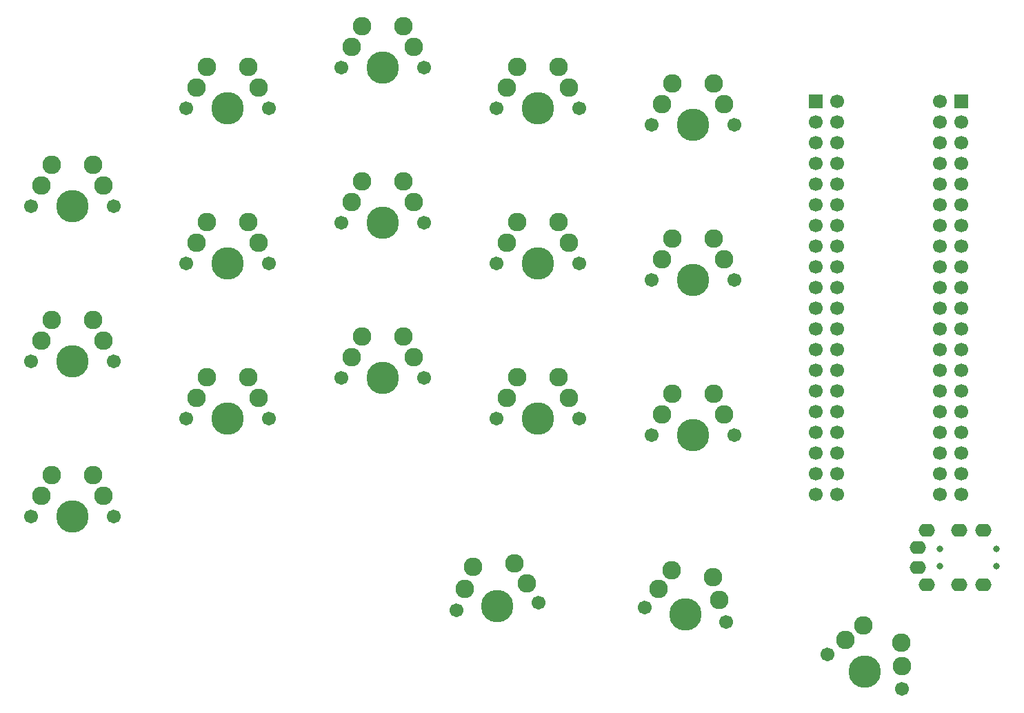
<source format=gbs>
%TF.GenerationSoftware,KiCad,Pcbnew,(7.0.0)*%
%TF.CreationDate,2023-03-01T21:35:25+09:00*%
%TF.ProjectId,keyboard_pcb,6b657962-6f61-4726-945f-7063622e6b69,rev1.0*%
%TF.SameCoordinates,Original*%
%TF.FileFunction,Soldermask,Bot*%
%TF.FilePolarity,Negative*%
%FSLAX46Y46*%
G04 Gerber Fmt 4.6, Leading zero omitted, Abs format (unit mm)*
G04 Created by KiCad (PCBNEW (7.0.0)) date 2023-03-01 21:35:25*
%MOMM*%
%LPD*%
G01*
G04 APERTURE LIST*
%ADD10C,1.701800*%
%ADD11C,3.987800*%
%ADD12C,2.286000*%
%ADD13C,0.800000*%
%ADD14O,2.000000X1.600000*%
%ADD15R,1.700000X1.700000*%
%ADD16C,1.700000*%
G04 APERTURE END LIST*
D10*
%TO.C,K04*%
X139870000Y-53900000D03*
D11*
X144950000Y-53900000D03*
D10*
X150030000Y-53900000D03*
D12*
X141140000Y-51360000D03*
X142410000Y-48820000D03*
X147490000Y-48820000D03*
X148760000Y-51360000D03*
%TD*%
D10*
%TO.C,K05*%
X158920000Y-55900000D03*
D11*
X164000000Y-55900000D03*
D10*
X169080000Y-55900000D03*
D12*
X160190000Y-53360000D03*
X161460000Y-50820000D03*
X166540000Y-50820000D03*
X167810000Y-53360000D03*
%TD*%
D10*
%TO.C,K15*%
X158920000Y-74950000D03*
D11*
X164000000Y-74950000D03*
D10*
X169080000Y-74950000D03*
D12*
X160190000Y-72410000D03*
X161460000Y-69870000D03*
X166540000Y-69870000D03*
X167810000Y-72410000D03*
%TD*%
D10*
%TO.C,K03*%
X120820000Y-48900000D03*
D11*
X125900000Y-48900000D03*
D10*
X130980000Y-48900000D03*
D12*
X122090000Y-46360000D03*
X123360000Y-43820000D03*
X128440000Y-43820000D03*
X129710000Y-46360000D03*
%TD*%
D10*
%TO.C,K13*%
X120820000Y-67950000D03*
D11*
X125900000Y-67950000D03*
D10*
X130980000Y-67950000D03*
D12*
X122090000Y-65410000D03*
X123360000Y-62870000D03*
X128440000Y-62870000D03*
X129710000Y-65410000D03*
%TD*%
D10*
%TO.C,K25*%
X158920000Y-94000000D03*
D11*
X164000000Y-94000000D03*
D10*
X169080000Y-94000000D03*
D12*
X160190000Y-91460000D03*
X161460000Y-88920000D03*
X166540000Y-88920000D03*
X167810000Y-91460000D03*
%TD*%
D10*
%TO.C,K24*%
X139870000Y-92000000D03*
D11*
X144950000Y-92000000D03*
D10*
X150030000Y-92000000D03*
D12*
X141140000Y-89460000D03*
X142410000Y-86920000D03*
X147490000Y-86920000D03*
X148760000Y-89460000D03*
%TD*%
D10*
%TO.C,K21*%
X82720000Y-104000000D03*
D11*
X87800000Y-104000000D03*
D10*
X92880000Y-104000000D03*
D12*
X83990000Y-101460000D03*
X85260000Y-98920000D03*
X90340000Y-98920000D03*
X91610000Y-101460000D03*
%TD*%
D10*
%TO.C,K02*%
X101770000Y-53900000D03*
D11*
X106850000Y-53900000D03*
D10*
X111930000Y-53900000D03*
D12*
X103040000Y-51360000D03*
X104310000Y-48820000D03*
X109390000Y-48820000D03*
X110660000Y-51360000D03*
%TD*%
D10*
%TO.C,K12*%
X101770000Y-72950000D03*
D11*
X106850000Y-72950000D03*
D10*
X111930000Y-72950000D03*
D12*
X103040000Y-70410000D03*
X104310000Y-67870000D03*
X109390000Y-67870000D03*
X110660000Y-70410000D03*
%TD*%
D10*
%TO.C,K30*%
X134889331Y-115492751D03*
D11*
X139950000Y-115050000D03*
D10*
X145010669Y-114607249D03*
D12*
X135933123Y-112851729D03*
X136976914Y-110210707D03*
X142037583Y-109767955D03*
X143524126Y-112187602D03*
%TD*%
D10*
%TO.C,K01*%
X82720000Y-65900000D03*
D11*
X87800000Y-65900000D03*
D10*
X92880000Y-65900000D03*
D12*
X83990000Y-63360000D03*
X85260000Y-60820000D03*
X90340000Y-60820000D03*
X91610000Y-63360000D03*
%TD*%
D10*
%TO.C,K14*%
X139870000Y-72950000D03*
D11*
X144950000Y-72950000D03*
D10*
X150030000Y-72950000D03*
D12*
X141140000Y-70410000D03*
X142410000Y-67870000D03*
X147490000Y-67870000D03*
X148760000Y-70410000D03*
%TD*%
D10*
%TO.C,K23*%
X120820000Y-87000000D03*
D11*
X125900000Y-87000000D03*
D10*
X130980000Y-87000000D03*
D12*
X122090000Y-84460000D03*
X123360000Y-81920000D03*
X128440000Y-81920000D03*
X129710000Y-84460000D03*
%TD*%
D10*
%TO.C,K22*%
X101770000Y-92000000D03*
D11*
X106850000Y-92000000D03*
D10*
X111930000Y-92000000D03*
D12*
X103040000Y-89460000D03*
X104310000Y-86920000D03*
X109390000Y-86920000D03*
X110660000Y-89460000D03*
%TD*%
D13*
%TO.C,J1*%
X201250000Y-108000000D03*
X194250000Y-108000000D03*
X201250000Y-110100000D03*
X194250000Y-110100000D03*
D14*
X191549999Y-107799999D03*
X191549999Y-110299999D03*
X192649999Y-105699999D03*
X192649999Y-112399999D03*
X196649999Y-105699999D03*
X199649999Y-112399999D03*
X199649999Y-105699999D03*
X196649999Y-112399999D03*
%TD*%
D10*
%TO.C,K32*%
X180445956Y-120903099D03*
D11*
X185050000Y-123050000D03*
D10*
X189654044Y-125196901D03*
D12*
X182670418Y-119137803D03*
X184894879Y-117372506D03*
X189498923Y-119519407D03*
X189576483Y-122358154D03*
%TD*%
D10*
%TO.C,K11*%
X82720000Y-84950000D03*
D11*
X87800000Y-84950000D03*
D10*
X92880000Y-84950000D03*
D12*
X83990000Y-82410000D03*
X85260000Y-79870000D03*
X90340000Y-79870000D03*
X91610000Y-82410000D03*
%TD*%
D15*
%TO.C,U1*%
X179034999Y-53019999D03*
X196934999Y-52999999D03*
D16*
X179035000Y-55560000D03*
X196935000Y-55540000D03*
X179035000Y-58100000D03*
X196935000Y-58080000D03*
X179035000Y-60640000D03*
X196935000Y-60620000D03*
X179035000Y-63180000D03*
X196935000Y-63160000D03*
X179035000Y-65720000D03*
X196935000Y-65700000D03*
X179035000Y-68260000D03*
X196935000Y-68240000D03*
X179035000Y-70800000D03*
X196935000Y-70780000D03*
X179035000Y-73340000D03*
X196935000Y-73320000D03*
X179035000Y-75880000D03*
X196935000Y-75860000D03*
X179035000Y-78420000D03*
X196935000Y-78400000D03*
X179035000Y-80960000D03*
X196935000Y-80940000D03*
X179035000Y-83500000D03*
X196935000Y-83480000D03*
X179035000Y-86040000D03*
X196935000Y-86020000D03*
X179035000Y-88580000D03*
X196935000Y-88560000D03*
X179035000Y-91120000D03*
X196935000Y-91100000D03*
X179035000Y-93660000D03*
X196935000Y-93640000D03*
X179035000Y-96200000D03*
X196935000Y-96180000D03*
X179035000Y-98740000D03*
X196935000Y-98720000D03*
X179035000Y-101280000D03*
X196935000Y-101260000D03*
X181695000Y-101260000D03*
X194275000Y-101280000D03*
X181695000Y-98720000D03*
X194275000Y-98740000D03*
X181695000Y-96180000D03*
X194275000Y-96200000D03*
X181695000Y-93640000D03*
X194275000Y-93660000D03*
X181695000Y-91100000D03*
X194275000Y-91120000D03*
X181695000Y-88560000D03*
X194275000Y-88580000D03*
X181695000Y-86020000D03*
X194275000Y-86040000D03*
X181695000Y-83480000D03*
X194275000Y-83500000D03*
X181695000Y-80940000D03*
X194275000Y-80960000D03*
X181695000Y-78400000D03*
X194275000Y-78420000D03*
X181695000Y-75860000D03*
X194275000Y-75880000D03*
X181695000Y-73320000D03*
X194275000Y-73340000D03*
X181695000Y-70780000D03*
X194275000Y-70800000D03*
X181695000Y-68240000D03*
X194275000Y-68260000D03*
X181695000Y-65700000D03*
X194275000Y-65720000D03*
X181695000Y-63160000D03*
X194275000Y-63180000D03*
X181695000Y-60620000D03*
X194275000Y-60640000D03*
X181695000Y-58080000D03*
X194275000Y-58100000D03*
X181695000Y-55540000D03*
X194275000Y-55560000D03*
X181695000Y-53000000D03*
X194275000Y-53020000D03*
%TD*%
D10*
%TO.C,K31*%
X157997177Y-115167867D03*
D11*
X163000000Y-116050000D03*
D10*
X168002823Y-116932133D03*
D12*
X159688949Y-112886989D03*
X161380721Y-110606110D03*
X166383544Y-111488243D03*
X167193184Y-114210188D03*
%TD*%
M02*

</source>
